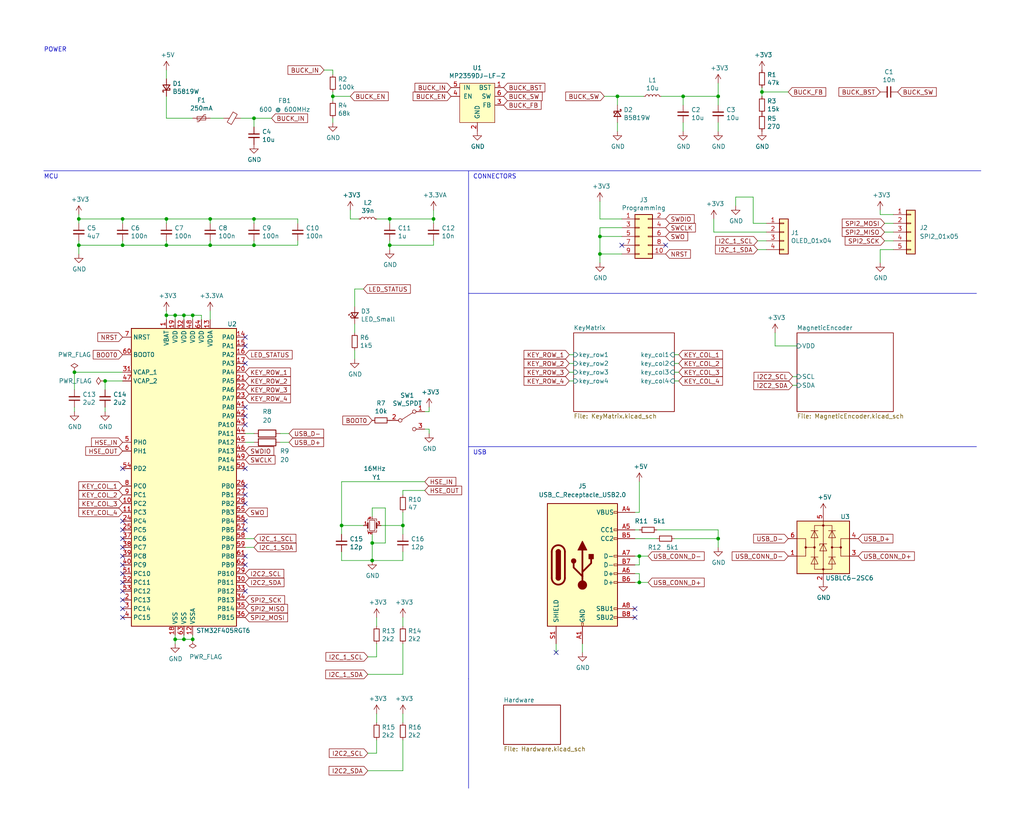
<source format=kicad_sch>
(kicad_sch (version 20230121) (generator eeschema)
  (paper "User" 297.002 241.376)
  (junction (at 48.26 91.44))
  (junction (at 198.12 27.94))
  (junction (at 185.42 168.91))
  (junction (at 50.8 91.44))
  (junction (at 107.95 157.48))
  (junction (at 35.56 63.5))
  (junction (at 48.26 71.12))
  (junction (at 96.52 27.94))
  (junction (at 185.42 161.29))
  (junction (at 73.66 71.12))
  (junction (at 113.03 71.12))
  (junction (at 48.26 63.5))
  (junction (at 125.73 63.5))
  (junction (at 208.28 27.94))
  (junction (at 73.66 34.29))
  (junction (at 22.86 63.5))
  (junction (at 208.28 156.21))
  (junction (at 60.96 71.12))
  (junction (at 50.8 185.42))
  (junction (at 30.48 110.49))
  (junction (at 55.88 91.44))
  (junction (at 22.86 71.12))
  (junction (at 73.66 63.5))
  (junction (at 35.56 71.12))
  (junction (at 55.88 185.42))
  (junction (at 173.99 68.58))
  (junction (at 173.99 73.66))
  (junction (at 53.34 91.44))
  (junction (at 220.98 26.67))
  (junction (at 107.95 162.56))
  (junction (at 60.96 63.5))
  (junction (at 53.34 185.42))
  (junction (at 113.03 63.5))
  (junction (at 179.07 27.94))
  (junction (at 99.06 152.4))
  (junction (at 21.59 107.95))
  (junction (at 116.84 152.4))
  (no_connect (at 71.12 171.45))
  (no_connect (at 35.56 151.13))
  (no_connect (at 180.34 71.12))
  (no_connect (at 71.12 123.19))
  (no_connect (at 35.56 161.29))
  (no_connect (at 71.12 135.89))
  (no_connect (at 71.12 151.13))
  (no_connect (at 184.15 176.53))
  (no_connect (at 71.12 100.33))
  (no_connect (at 71.12 146.05))
  (no_connect (at 71.12 120.65))
  (no_connect (at 71.12 163.83))
  (no_connect (at 35.56 176.53))
  (no_connect (at 71.12 161.29))
  (no_connect (at 161.29 189.23))
  (no_connect (at 35.56 168.91))
  (no_connect (at 35.56 163.83))
  (no_connect (at 193.04 71.12))
  (no_connect (at 71.12 97.79))
  (no_connect (at 184.15 179.07))
  (no_connect (at 35.56 166.37))
  (no_connect (at 35.56 135.89))
  (no_connect (at 35.56 156.21))
  (no_connect (at 35.56 158.75))
  (no_connect (at 71.12 118.11))
  (no_connect (at 71.12 143.51))
  (no_connect (at 71.12 153.67))
  (no_connect (at 35.56 153.67))
  (no_connect (at 35.56 173.99))
  (no_connect (at 71.12 105.41))
  (no_connect (at 35.56 179.07))
  (no_connect (at 35.56 171.45))
  (no_connect (at 71.12 140.97))
  (wire (pts (xy 185.42 161.29) (xy 187.96 161.29)))
  (wire (pts (xy 101.6 60.96) (xy 101.6 63.5)))
  (wire (pts (xy 60.96 69.85) (xy 60.96 71.12)))
  (wire (pts (xy 102.87 93.98) (xy 102.87 96.52)))
  (wire (pts (xy 81.28 125.73) (xy 83.82 125.73)))
  (wire (pts (xy 107.95 162.56) (xy 116.84 162.56)))
  (wire (pts (xy 60.96 90.17) (xy 60.96 92.71)))
  (wire (pts (xy 96.52 27.94) (xy 96.52 29.21)))
  (wire (pts (xy 73.66 64.77) (xy 73.66 63.5)))
  (wire (pts (xy 81.28 128.27) (xy 83.82 128.27)))
  (polyline (pts (xy 12.7 49.53) (xy 284.48 49.53)))
  (wire (pts (xy 99.06 139.7) (xy 123.19 139.7)))
  (wire (pts (xy 219.71 69.85) (xy 222.25 69.85)))
  (wire (pts (xy 99.06 162.56) (xy 99.06 160.02)))
  (wire (pts (xy 255.27 62.23) (xy 255.27 60.96)))
  (wire (pts (xy 208.28 158.75) (xy 208.28 156.21)))
  (wire (pts (xy 73.66 34.29) (xy 73.66 36.83)))
  (wire (pts (xy 109.22 218.44) (xy 109.22 214.63)))
  (wire (pts (xy 116.84 142.24) (xy 123.19 142.24)))
  (wire (pts (xy 180.34 73.66) (xy 173.99 73.66)))
  (wire (pts (xy 125.73 60.96) (xy 125.73 63.5)))
  (wire (pts (xy 116.84 181.61) (xy 116.84 179.07)))
  (wire (pts (xy 185.42 139.7) (xy 185.42 148.59)))
  (wire (pts (xy 124.46 124.46) (xy 124.46 125.73)))
  (wire (pts (xy 208.28 35.56) (xy 208.28 38.1)))
  (wire (pts (xy 73.66 63.5) (xy 86.36 63.5)))
  (wire (pts (xy 106.68 195.58) (xy 116.84 195.58)))
  (wire (pts (xy 185.42 161.29) (xy 185.42 163.83)))
  (wire (pts (xy 50.8 185.42) (xy 53.34 185.42)))
  (wire (pts (xy 173.99 73.66) (xy 173.99 76.2)))
  (wire (pts (xy 96.52 26.67) (xy 96.52 27.94)))
  (wire (pts (xy 78.74 34.29) (xy 73.66 34.29)))
  (wire (pts (xy 53.34 92.71) (xy 53.34 91.44)))
  (wire (pts (xy 229.87 111.76) (xy 231.14 111.76)))
  (wire (pts (xy 116.84 152.4) (xy 116.84 154.94)))
  (wire (pts (xy 208.28 153.67) (xy 208.28 156.21)))
  (wire (pts (xy 35.56 63.5) (xy 48.26 63.5)))
  (wire (pts (xy 165.1 102.87) (xy 166.37 102.87)))
  (wire (pts (xy 106.68 223.52) (xy 116.84 223.52)))
  (wire (pts (xy 106.68 218.44) (xy 109.22 218.44)))
  (wire (pts (xy 58.42 92.71) (xy 58.42 91.44)))
  (wire (pts (xy 22.86 63.5) (xy 35.56 63.5)))
  (wire (pts (xy 99.06 152.4) (xy 105.41 152.4)))
  (wire (pts (xy 125.73 71.12) (xy 125.73 69.85)))
  (wire (pts (xy 256.54 67.31) (xy 259.08 67.31)))
  (wire (pts (xy 21.59 107.95) (xy 35.56 107.95)))
  (wire (pts (xy 110.49 152.4) (xy 116.84 152.4)))
  (wire (pts (xy 208.28 24.13) (xy 208.28 27.94)))
  (wire (pts (xy 161.29 186.69) (xy 161.29 189.23)))
  (wire (pts (xy 55.88 185.42) (xy 55.88 184.15)))
  (wire (pts (xy 48.26 71.12) (xy 35.56 71.12)))
  (wire (pts (xy 116.84 209.55) (xy 116.84 207.01)))
  (wire (pts (xy 48.26 20.32) (xy 48.26 22.86)))
  (wire (pts (xy 195.58 102.87) (xy 196.85 102.87)))
  (wire (pts (xy 35.56 71.12) (xy 22.86 71.12)))
  (polyline (pts (xy 135.89 85.09) (xy 283.21 85.09)))
  (wire (pts (xy 191.77 27.94) (xy 198.12 27.94)))
  (wire (pts (xy 60.96 63.5) (xy 73.66 63.5)))
  (wire (pts (xy 73.66 156.21) (xy 71.12 156.21)))
  (wire (pts (xy 220.98 26.67) (xy 228.6 26.67)))
  (wire (pts (xy 35.56 69.85) (xy 35.56 71.12)))
  (polyline (pts (xy 135.89 129.54) (xy 283.21 129.54)))
  (wire (pts (xy 116.84 148.59) (xy 116.84 152.4)))
  (wire (pts (xy 109.22 209.55) (xy 109.22 207.01)))
  (wire (pts (xy 220.98 25.4) (xy 220.98 26.67)))
  (wire (pts (xy 165.1 105.41) (xy 166.37 105.41)))
  (wire (pts (xy 105.41 83.82) (xy 102.87 83.82)))
  (wire (pts (xy 175.26 27.94) (xy 179.07 27.94)))
  (wire (pts (xy 111.76 147.32) (xy 111.76 157.48)))
  (wire (pts (xy 179.07 35.56) (xy 179.07 38.1)))
  (wire (pts (xy 207.01 67.31) (xy 222.25 67.31)))
  (wire (pts (xy 190.5 153.67) (xy 208.28 153.67)))
  (wire (pts (xy 55.88 92.71) (xy 55.88 91.44)))
  (wire (pts (xy 30.48 113.03) (xy 30.48 110.49)))
  (wire (pts (xy 99.06 154.94) (xy 99.06 152.4)))
  (wire (pts (xy 48.26 90.17) (xy 48.26 91.44)))
  (wire (pts (xy 96.52 34.29) (xy 96.52 35.56)))
  (wire (pts (xy 116.84 186.69) (xy 116.84 195.58)))
  (wire (pts (xy 93.98 20.32) (xy 96.52 20.32)))
  (wire (pts (xy 173.99 66.04) (xy 173.99 68.58)))
  (wire (pts (xy 195.58 107.95) (xy 196.85 107.95)))
  (wire (pts (xy 195.58 156.21) (xy 208.28 156.21)))
  (wire (pts (xy 48.26 69.85) (xy 48.26 71.12)))
  (wire (pts (xy 220.98 26.67) (xy 220.98 27.94)))
  (wire (pts (xy 53.34 91.44) (xy 55.88 91.44)))
  (wire (pts (xy 198.12 35.56) (xy 198.12 38.1)))
  (wire (pts (xy 48.26 91.44) (xy 50.8 91.44)))
  (wire (pts (xy 218.44 64.77) (xy 222.25 64.77)))
  (wire (pts (xy 184.15 153.67) (xy 185.42 153.67)))
  (wire (pts (xy 208.28 27.94) (xy 208.28 30.48)))
  (wire (pts (xy 73.66 71.12) (xy 60.96 71.12)))
  (wire (pts (xy 60.96 64.77) (xy 60.96 63.5)))
  (wire (pts (xy 48.26 63.5) (xy 60.96 63.5)))
  (wire (pts (xy 35.56 64.77) (xy 35.56 63.5)))
  (wire (pts (xy 102.87 83.82) (xy 102.87 88.9)))
  (wire (pts (xy 124.46 118.11) (xy 124.46 119.38)))
  (wire (pts (xy 116.84 214.63) (xy 116.84 223.52)))
  (wire (pts (xy 113.03 63.5) (xy 125.73 63.5)))
  (wire (pts (xy 231.14 100.33) (xy 224.79 100.33)))
  (wire (pts (xy 86.36 69.85) (xy 86.36 71.12)))
  (wire (pts (xy 184.15 148.59) (xy 185.42 148.59)))
  (wire (pts (xy 109.22 181.61) (xy 109.22 179.07)))
  (wire (pts (xy 55.88 91.44) (xy 58.42 91.44)))
  (wire (pts (xy 173.99 63.5) (xy 173.99 58.42)))
  (wire (pts (xy 213.36 57.15) (xy 218.44 57.15)))
  (wire (pts (xy 113.03 71.12) (xy 125.73 71.12)))
  (wire (pts (xy 198.12 27.94) (xy 198.12 30.48)))
  (wire (pts (xy 113.03 72.39) (xy 113.03 71.12)))
  (wire (pts (xy 123.19 124.46) (xy 124.46 124.46)))
  (wire (pts (xy 53.34 185.42) (xy 55.88 185.42)))
  (wire (pts (xy 107.95 162.56) (xy 99.06 162.56)))
  (polyline (pts (xy 135.89 196.85) (xy 135.89 228.6)))
  (wire (pts (xy 195.58 105.41) (xy 196.85 105.41)))
  (wire (pts (xy 73.66 158.75) (xy 71.12 158.75)))
  (wire (pts (xy 109.22 190.5) (xy 109.22 186.69)))
  (wire (pts (xy 185.42 168.91) (xy 187.96 168.91)))
  (wire (pts (xy 180.34 63.5) (xy 173.99 63.5)))
  (wire (pts (xy 224.79 100.33) (xy 224.79 96.52)))
  (wire (pts (xy 165.1 110.49) (xy 166.37 110.49)))
  (wire (pts (xy 86.36 63.5) (xy 86.36 64.77)))
  (wire (pts (xy 48.26 34.29) (xy 55.88 34.29)))
  (wire (pts (xy 184.15 163.83) (xy 185.42 163.83)))
  (wire (pts (xy 256.54 69.85) (xy 259.08 69.85)))
  (wire (pts (xy 195.58 110.49) (xy 196.85 110.49)))
  (wire (pts (xy 107.95 157.48) (xy 107.95 162.56)))
  (wire (pts (xy 96.52 20.32) (xy 96.52 21.59)))
  (wire (pts (xy 207.01 63.5) (xy 207.01 67.31)))
  (wire (pts (xy 69.85 34.29) (xy 73.66 34.29)))
  (wire (pts (xy 180.34 68.58) (xy 173.99 68.58)))
  (wire (pts (xy 60.96 34.29) (xy 64.77 34.29)))
  (wire (pts (xy 173.99 68.58) (xy 173.99 73.66)))
  (wire (pts (xy 21.59 107.95) (xy 21.59 113.03)))
  (wire (pts (xy 165.1 107.95) (xy 166.37 107.95)))
  (wire (pts (xy 104.14 63.5) (xy 101.6 63.5)))
  (wire (pts (xy 53.34 184.15) (xy 53.34 185.42)))
  (wire (pts (xy 71.12 128.27) (xy 73.66 128.27)))
  (wire (pts (xy 219.71 72.39) (xy 222.25 72.39)))
  (wire (pts (xy 198.12 27.94) (xy 208.28 27.94)))
  (wire (pts (xy 116.84 160.02) (xy 116.84 162.56)))
  (wire (pts (xy 50.8 185.42) (xy 50.8 186.69)))
  (wire (pts (xy 106.68 190.5) (xy 109.22 190.5)))
  (wire (pts (xy 50.8 91.44) (xy 53.34 91.44)))
  (wire (pts (xy 48.26 64.77) (xy 48.26 63.5)))
  (wire (pts (xy 35.56 110.49) (xy 30.48 110.49)))
  (wire (pts (xy 21.59 118.11) (xy 21.59 119.38)))
  (wire (pts (xy 125.73 63.5) (xy 125.73 64.77)))
  (wire (pts (xy 50.8 184.15) (xy 50.8 185.42)))
  (wire (pts (xy 71.12 125.73) (xy 73.66 125.73)))
  (wire (pts (xy 179.07 27.94) (xy 179.07 30.48)))
  (wire (pts (xy 48.26 91.44) (xy 48.26 92.71)))
  (wire (pts (xy 96.52 27.94) (xy 101.6 27.94)))
  (wire (pts (xy 113.03 71.12) (xy 113.03 69.85)))
  (polyline (pts (xy 135.89 49.53) (xy 135.89 196.85)))
  (wire (pts (xy 116.84 143.51) (xy 116.84 142.24)))
  (wire (pts (xy 113.03 63.5) (xy 113.03 64.77)))
  (wire (pts (xy 229.87 109.22) (xy 231.14 109.22)))
  (wire (pts (xy 22.86 62.23) (xy 22.86 63.5)))
  (wire (pts (xy 259.08 62.23) (xy 255.27 62.23)))
  (wire (pts (xy 99.06 139.7) (xy 99.06 152.4)))
  (wire (pts (xy 30.48 118.11) (xy 30.48 119.38)))
  (wire (pts (xy 255.27 72.39) (xy 259.08 72.39)))
  (wire (pts (xy 168.91 186.69) (xy 168.91 189.23)))
  (wire (pts (xy 180.34 66.04) (xy 173.99 66.04)))
  (wire (pts (xy 255.27 76.2) (xy 255.27 72.39)))
  (wire (pts (xy 111.76 157.48) (xy 107.95 157.48)))
  (wire (pts (xy 185.42 166.37) (xy 185.42 168.91)))
  (wire (pts (xy 213.36 59.69) (xy 213.36 57.15)))
  (wire (pts (xy 107.95 149.86) (xy 107.95 147.32)))
  (wire (pts (xy 218.44 57.15) (xy 218.44 64.77)))
  (wire (pts (xy 22.86 73.66) (xy 22.86 71.12)))
  (wire (pts (xy 184.15 156.21) (xy 190.5 156.21)))
  (wire (pts (xy 107.95 147.32) (xy 111.76 147.32)))
  (wire (pts (xy 60.96 71.12) (xy 48.26 71.12)))
  (wire (pts (xy 184.15 168.91) (xy 185.42 168.91)))
  (wire (pts (xy 109.22 63.5) (xy 113.03 63.5)))
  (wire (pts (xy 22.86 63.5) (xy 22.86 64.77)))
  (wire (pts (xy 124.46 119.38) (xy 123.19 119.38)))
  (wire (pts (xy 48.26 27.94) (xy 48.26 34.29)))
  (wire (pts (xy 50.8 92.71) (xy 50.8 91.44)))
  (wire (pts (xy 256.54 64.77) (xy 259.08 64.77)))
  (wire (pts (xy 184.15 161.29) (xy 185.42 161.29)))
  (wire (pts (xy 86.36 71.12) (xy 73.66 71.12)))
  (wire (pts (xy 184.15 166.37) (xy 185.42 166.37)))
  (wire (pts (xy 22.86 71.12) (xy 22.86 69.85)))
  (wire (pts (xy 102.87 101.6) (xy 102.87 104.14)))
  (wire (pts (xy 107.95 154.94) (xy 107.95 157.48)))
  (wire (pts (xy 73.66 69.85) (xy 73.66 71.12)))
  (wire (pts (xy 179.07 27.94) (xy 186.69 27.94)))
  (text "USB" (at 137.16 132.08 0) (effects (font (size 1.27 1.27)) (justify left bottom)))
  (text "POWER" (at 12.7 15.24 0) (effects (font (size 1.27 1.27)) (justify left bottom)))
  (text "CONNECTORS" (at 137.16 52.07 0) (effects (font (size 1.27 1.27)) (justify left bottom)))
  (text "MCU" (at 12.7 52.07 0) (effects (font (size 1.27 1.27)) (justify left bottom)))
  (global_label "KEY_COL_2" (shape input) (at 35.56 143.51 180) (property "Intersheetrefs" "${INTERSHEET_REFS}" (effects hide)))
  (global_label "KEY_COL_3" (shape input) (at 35.56 146.05 180) (property "Intersheetrefs" "${INTERSHEET_REFS}" (effects hide)))
  (global_label "USB_CONN_D+" (shape input) (at 187.96 168.91 0) (property "Intersheetrefs" "${INTERSHEET_REFS}" (effects hide)))
  (global_label "I2C_1_SCL" (shape input) (at 73.66 156.21 0) (property "Intersheetrefs" "${INTERSHEET_REFS}" (effects hide)))
  (global_label "KEY_COL_4" (shape input) (at 35.56 148.59 180) (property "Intersheetrefs" "${INTERSHEET_REFS}" (effects hide)))
  (global_label "KEY_COL_3" (shape input) (at 196.85 107.95 0) (property "Intersheetrefs" "${INTERSHEET_REFS}" (effects hide)))
  (global_label "BUCK_FB" (shape input) (at 146.05 30.48 0) (property "Intersheetrefs" "${INTERSHEET_REFS}" (effects hide)))
  (global_label "BOOT0" (shape input) (at 35.56 102.87 180) (property "Intersheetrefs" "${INTERSHEET_REFS}" (effects hide)))
  (global_label "SWCLK" (shape input) (at 193.04 66.04 0) (property "Intersheetrefs" "${INTERSHEET_REFS}" (effects hide)))
  (global_label "I2C_1_SDA" (shape input) (at 106.68 195.58 180) (property "Intersheetrefs" "${INTERSHEET_REFS}" (effects hide)))
  (global_label "I2C2_SDA" (shape input) (at 106.68 223.52 180) (property "Intersheetrefs" "${INTERSHEET_REFS}" (effects hide)))
  (global_label "BUCK_IN" (shape input) (at 93.98 20.32 180) (property "Intersheetrefs" "${INTERSHEET_REFS}" (effects hide)))
  (global_label "SWO" (shape input) (at 71.12 148.59 0) (property "Intersheetrefs" "${INTERSHEET_REFS}" (effects hide)))
  (global_label "I2C_1_SCL" (shape input) (at 106.68 190.5 180) (property "Intersheetrefs" "${INTERSHEET_REFS}" (effects hide)))
  (global_label "KEY_ROW_1" (shape input) (at 165.1 102.87 180) (property "Intersheetrefs" "${INTERSHEET_REFS}" (effects hide)))
  (global_label "KEY_ROW_4" (shape input) (at 71.12 115.57 0) (property "Intersheetrefs" "${INTERSHEET_REFS}" (effects hide)))
  (global_label "SPI2_MISO" (shape input) (at 256.54 67.31 180) (property "Intersheetrefs" "${INTERSHEET_REFS}" (effects hide)))
  (global_label "BUCK_SW" (shape input) (at 146.05 27.94 0) (property "Intersheetrefs" "${INTERSHEET_REFS}" (effects hide)))
  (global_label "BUCK_SW" (shape input) (at 260.35 26.67 0) (property "Intersheetrefs" "${INTERSHEET_REFS}" (effects hide)))
  (global_label "HSE_OUT" (shape input) (at 35.56 130.81 180) (property "Intersheetrefs" "${INTERSHEET_REFS}" (effects hide)))
  (global_label "BUCK_IN" (shape input) (at 130.81 25.4 180) (property "Intersheetrefs" "${INTERSHEET_REFS}" (effects hide)))
  (global_label "SWDIO" (shape input) (at 71.12 130.81 0) (property "Intersheetrefs" "${INTERSHEET_REFS}" (effects hide)))
  (global_label "USB_D-" (shape input) (at 83.82 125.73 0) (property "Intersheetrefs" "${INTERSHEET_REFS}" (effects hide)))
  (global_label "KEY_ROW_2" (shape input) (at 165.1 105.41 180) (property "Intersheetrefs" "${INTERSHEET_REFS}" (effects hide)))
  (global_label "SPI2_SCK" (shape input) (at 256.54 69.85 180) (property "Intersheetrefs" "${INTERSHEET_REFS}" (effects hide)))
  (global_label "KEY_COL_1" (shape input) (at 35.56 140.97 180) (property "Intersheetrefs" "${INTERSHEET_REFS}" (effects hide)))
  (global_label "SWCLK" (shape input) (at 71.12 133.35 0) (property "Intersheetrefs" "${INTERSHEET_REFS}" (effects hide)))
  (global_label "KEY_ROW_2" (shape input) (at 71.12 110.49 0) (property "Intersheetrefs" "${INTERSHEET_REFS}" (effects hide)))
  (global_label "I2C2_SCL" (shape input) (at 229.87 109.22 180) (property "Intersheetrefs" "${INTERSHEET_REFS}" (effects hide)))
  (global_label "BUCK_FB" (shape input) (at 228.6 26.67 0) (property "Intersheetrefs" "${INTERSHEET_REFS}" (effects hide)))
  (global_label "HSE_IN" (shape input) (at 35.56 128.27 180) (property "Intersheetrefs" "${INTERSHEET_REFS}" (effects hide)))
  (global_label "BUCK_EN" (shape input) (at 130.81 27.94 180) (property "Intersheetrefs" "${INTERSHEET_REFS}" (effects hide)))
  (global_label "I2C2_SDA" (shape input) (at 71.12 168.91 0) (property "Intersheetrefs" "${INTERSHEET_REFS}" (effects hide)))
  (global_label "SPI2_SCK" (shape input) (at 71.12 173.99 0) (property "Intersheetrefs" "${INTERSHEET_REFS}" (effects hide)))
  (global_label "BUCK_IN" (shape input) (at 78.74 34.29 0) (property "Intersheetrefs" "${INTERSHEET_REFS}" (effects hide)))
  (global_label "USB_CONN_D+" (shape input) (at 248.92 161.29 0) (property "Intersheetrefs" "${INTERSHEET_REFS}" (effects hide)))
  (global_label "BUCK_BST" (shape input) (at 146.05 25.4 0) (property "Intersheetrefs" "${INTERSHEET_REFS}" (effects hide)))
  (global_label "USB_D+" (shape input) (at 248.92 156.21 0) (property "Intersheetrefs" "${INTERSHEET_REFS}" (effects hide)))
  (global_label "USB_D-" (shape input) (at 228.6 156.21 180) (property "Intersheetrefs" "${INTERSHEET_REFS}" (effects hide)))
  (global_label "BUCK_EN" (shape input) (at 101.6 27.94 0) (property "Intersheetrefs" "${INTERSHEET_REFS}" (effects hide)))
  (global_label "NRST" (shape input) (at 193.04 73.66 0) (property "Intersheetrefs" "${INTERSHEET_REFS}" (effects hide)))
  (global_label "SPI2_MOSI" (shape input) (at 71.12 179.07 0) (property "Intersheetrefs" "${INTERSHEET_REFS}" (effects hide)))
  (global_label "HSE_IN" (shape input) (at 123.19 139.7 0) (property "Intersheetrefs" "${INTERSHEET_REFS}" (effects hide)))
  (global_label "I2C2_SCL" (shape input) (at 106.68 218.44 180) (property "Intersheetrefs" "${INTERSHEET_REFS}" (effects hide)))
  (global_label "HSE_OUT" (shape input) (at 123.19 142.24 0) (property "Intersheetrefs" "${INTERSHEET_REFS}" (effects hide)))
  (global_label "KEY_ROW_1" (shape input) (at 71.12 107.95 0) (property "Intersheetrefs" "${INTERSHEET_REFS}" (effects hide)))
  (global_label "BUCK_SW" (shape input) (at 175.26 27.94 180) (property "Intersheetrefs" "${INTERSHEET_REFS}" (effects hide)))
  (global_label "KEY_ROW_3" (shape input) (at 165.1 107.95 180) (property "Intersheetrefs" "${INTERSHEET_REFS}" (effects hide)))
  (global_label "KEY_ROW_3" (shape input) (at 71.12 113.03 0) (property "Intersheetrefs" "${INTERSHEET_REFS}" (effects hide)))
  (global_label "I2C_1_SDA" (shape input) (at 219.71 72.39 180) (property "Intersheetrefs" "${INTERSHEET_REFS}" (effects hide)))
  (global_label "I2C2_SDA" (shape input) (at 229.87 111.76 180) (property "Intersheetrefs" "${INTERSHEET_REFS}" (effects hide)))
  (global_label "KEY_COL_2" (shape input) (at 196.85 105.41 0) (property "Intersheetrefs" "${INTERSHEET_REFS}" (effects hide)))
  (global_label "I2C_1_SDA" (shape input) (at 73.66 158.75 0) (property "Intersheetrefs" "${INTERSHEET_REFS}" (effects hide)))
  (global_label "BUCK_BST" (shape input) (at 255.27 26.67 180) (property "Intersheetrefs" "${INTERSHEET_REFS}" (effects hide)))
  (global_label "I2C2_SCL" (shape input) (at 71.12 166.37 0) (property "Intersheetrefs" "${INTERSHEET_REFS}" (effects hide)))
  (global_label "I2C_1_SCL" (shape input) (at 219.71 69.85 180) (property "Intersheetrefs" "${INTERSHEET_REFS}" (effects hide)))
  (global_label "USB_CONN_D-" (shape input) (at 187.96 161.29 0) (property "Intersheetrefs" "${INTERSHEET_REFS}" (effects hide)))
  (global_label "LED_STATUS" (shape input) (at 105.41 83.82 0) (property "Intersheetrefs" "${INTERSHEET_REFS}" (effects hide)))
  (global_label "USB_D+" (shape input) (at 83.82 128.27 0) (property "Intersheetrefs" "${INTERSHEET_REFS}" (effects hide)))
  (global_label "SPI2_MOSI" (shape input) (at 256.54 64.77 180) (property "Intersheetrefs" "${INTERSHEET_REFS}" (effects hide)))
  (global_label "SPI2_MISO" (shape input) (at 71.12 176.53 0) (property "Intersheetrefs" "${INTERSHEET_REFS}" (effects hide)))
  (global_label "NRST" (shape input) (at 35.56 97.79 180) (property "Intersheetrefs" "${INTERSHEET_REFS}" (effects hide)))
  (global_label "SWDIO" (shape input) (at 193.04 63.5 0) (property "Intersheetrefs" "${INTERSHEET_REFS}" (effects hide)))
  (global_label "SWO" (shape input) (at 193.04 68.58 0) (property "Intersheetrefs" "${INTERSHEET_REFS}" (effects hide)))
  (global_label "USB_CONN_D-" (shape input) (at 228.6 161.29 180) (property "Intersheetrefs" "${INTERSHEET_REFS}" (effects hide)))
  (global_label "KEY_COL_4" (shape input) (at 196.85 110.49 0) (property "Intersheetrefs" "${INTERSHEET_REFS}" (effects hide)))
  (global_label "KEY_COL_1" (shape input) (at 196.85 102.87 0) (property "Intersheetrefs" "${INTERSHEET_REFS}" (effects hide)))
  (global_label "KEY_ROW_4" (shape input) (at 165.1 110.49 180) (property "Intersheetrefs" "${INTERSHEET_REFS}" (effects hide)))
  (global_label "LED_STATUS" (shape input) (at 71.12 102.87 0) (property "Intersheetrefs" "${INTERSHEET_REFS}" (effects hide)))
  (global_label "BOOT0" (shape input) (at 107.95 121.92 180) (property "Intersheetrefs" "${INTERSHEET_REFS}" (effects hide)))
  (symbol (lib_id "New Business Card-rescue:STM32F405RGTx-MCU_ST_STM32F4") (at 53.34 138.43 0) (unit 1)
    (property "Reference" "U2" (at 67.31 93.98 0))
    (property "Value" "STM32F405RGT6" (at 64.77 182.88 0))
    (property "Footprint" "Package_QFP:LQFP-64_10x10mm_P0.5mm" (effects hide))
    (property "Datasheet" "http://www.st.com/st-web-ui/static/active/en/resource/technical/document/datasheet/DM00037051.pdf" (effects hide))
    (property "LCSC" "C15742" (effects hide))
    (property "BASIC/EXT" "EXT" (effects hide))
  )
  (symbol (lib_id "power:GND") (at 50.8 186.69 0) (unit 1)
    (property "Reference" "#PWR041" (effects hide))
    (property "Value" "GND" (at 50.927 191.0842 0))
  )
  (symbol (lib_id "New Business Card-rescue:+3.3V-power") (at 48.26 90.17 0) (unit 1)
    (property "Reference" "#PWR026" (effects hide))
    (property "Value" "+3.3V" (at 48.641 85.7758 0))
  )
  (symbol (lib_id "power:+3.3VA") (at 60.96 90.17 0) (unit 1)
    (property "Reference" "#PWR027" (effects hide))
    (property "Value" "+3.3VA" (at 61.341 85.7758 0))
  )
  (symbol (lib_id "Device:C_Small") (at 30.48 115.57 180) (unit 1)
    (property "Reference" "C14" (at 32.8168 114.4016 0) (effects (justify right)))
    (property "Value" "2u2" (at 32.8168 116.713 0) (effects (justify right)))
    (property "Footprint" "Capacitor_SMD:C_0402_1005Metric" (effects hide))
    (property "LCSC" "C12530" (effects hide))
    (property "BASIC/EXT" "BASIC" (effects hide))
    (property "web" "https://jlcpcb.com/partdetail/13164-CL05A225MQ5NSNC/C12530" (effects hide))
  )
  (symbol (lib_id "Device:C_Small") (at 21.59 115.57 180) (unit 1)
    (property "Reference" "C13" (at 23.9268 114.4016 0) (effects (justify right)))
    (property "Value" "2u2" (at 23.9268 116.713 0) (effects (justify right)))
    (property "Footprint" "Capacitor_SMD:C_0402_1005Metric" (effects hide))
    (property "LCSC" "C12530" (effects hide))
    (property "BASIC/EXT" "BASIC" (effects hide))
    (property "web" "https://jlcpcb.com/partdetail/13164-CL05A225MQ5NSNC/C12530" (effects hide))
  )
  (symbol (lib_id "power:GND") (at 21.59 119.38 0) (unit 1)
    (property "Reference" "#PWR031" (effects hide))
    (property "Value" "GND" (at 21.717 123.7742 0))
  )
  (symbol (lib_id "power:GND") (at 30.48 119.38 0) (unit 1)
    (property "Reference" "#PWR032" (effects hide))
    (property "Value" "GND" (at 30.607 123.7742 0))
  )
  (symbol (lib_id "Switch:SW_SPDT") (at 118.11 121.92 0) (unit 1)
    (property "Reference" "SW1" (at 118.11 114.681 0))
    (property "Value" "SW_SPDT" (at 118.11 116.9924 0))
    (property "Footprint" "Connector_PinHeader_2.54mm:PinHeader_1x03_P2.54mm_Vertical" (effects hide))
  )
  (symbol (lib_id "Device:R_Small") (at 110.49 121.92 270) (unit 1)
    (property "Reference" "R7" (at 110.49 116.9416 90))
    (property "Value" "10k" (at 110.49 119.253 90))
    (property "Footprint" "Resistor_SMD:R_0402_1005Metric" (effects hide))
    (property "LCSC" "C25744" (effects hide))
    (property "BASIC/EXT" "BASIC" (effects hide))
    (property "web" "https://jlcpcb.com/parts/componentSearch?searchTxt=C25744" (effects hide))
  )
  (symbol (lib_id "New Business Card-rescue:+3.3V-power") (at 124.46 118.11 0) (unit 1)
    (property "Reference" "#PWR030" (effects hide))
    (property "Value" "+3.3V" (at 124.841 113.7158 0))
  )
  (symbol (lib_id "power:GND") (at 124.46 125.73 0) (unit 1)
    (property "Reference" "#PWR033" (effects hide))
    (property "Value" "GND" (at 124.587 130.1242 0))
  )
  (symbol (lib_id "Device:C_Small") (at 22.86 67.31 0) (unit 1)
    (property "Reference" "C5" (at 25.1968 66.1416 0) (effects (justify left)))
    (property "Value" "4u7" (at 25.1968 68.453 0) (effects (justify left)))
    (property "Footprint" "Capacitor_SMD:C_0402_1005Metric" (effects hide))
    (property "LCSC" "C23733" (effects hide))
    (property "BASIC/EXT" "BASIC" (effects hide))
    (property "web" "https://jlcpcb.com/partdetail/24469-CL05A475MP5NRNC/C23733" (effects hide))
  )
  (symbol (lib_id "Device:C_Small") (at 35.56 67.31 0) (unit 1)
    (property "Reference" "C6" (at 37.8968 66.1416 0) (effects (justify left)))
    (property "Value" "100n" (at 37.8968 68.453 0) (effects (justify left)))
    (property "Footprint" "Capacitor_SMD:C_0402_1005Metric" (effects hide))
    (property "LCSC" "C1523" (effects hide))
    (property "BASIC/EXT" "BASIC" (effects hide))
    (property "web" "https://jlcpcb.com/partdetail/1875-0402B102K500NT/C1523" (effects hide))
  )
  (symbol (lib_id "Device:C_Small") (at 48.26 67.31 0) (unit 1)
    (property "Reference" "C7" (at 50.5968 66.1416 0) (effects (justify left)))
    (property "Value" "100n" (at 50.5968 68.453 0) (effects (justify left)))
    (property "Footprint" "Capacitor_SMD:C_0402_1005Metric" (effects hide))
    (property "LCSC" "C1523" (effects hide))
    (property "BASIC/EXT" "BASIC" (effects hide))
    (property "web" "https://jlcpcb.com/partdetail/1875-0402B102K500NT/C1523" (effects hide))
  )
  (symbol (lib_id "Device:C_Small") (at 60.96 67.31 0) (unit 1)
    (property "Reference" "C8" (at 63.2968 66.1416 0) (effects (justify left)))
    (property "Value" "100n" (at 63.2968 68.453 0) (effects (justify left)))
    (property "Footprint" "Capacitor_SMD:C_0402_1005Metric" (effects hide))
    (property "LCSC" "C1523" (effects hide))
    (property "BASIC/EXT" "BASIC" (effects hide))
    (property "web" "https://jlcpcb.com/partdetail/1875-0402B102K500NT/C1523" (effects hide))
  )
  (symbol (lib_id "Device:C_Small") (at 73.66 67.31 0) (unit 1)
    (property "Reference" "C9" (at 75.9968 66.1416 0) (effects (justify left)))
    (property "Value" "100n" (at 75.9968 68.453 0) (effects (justify left)))
    (property "Footprint" "Capacitor_SMD:C_0402_1005Metric" (effects hide))
    (property "LCSC" "C1523" (effects hide))
    (property "BASIC/EXT" "BASIC" (effects hide))
    (property "web" "https://jlcpcb.com/partdetail/1875-0402B102K500NT/C1523" (effects hide))
  )
  (symbol (lib_id "Device:C_Small") (at 86.36 67.31 0) (unit 1)
    (property "Reference" "C10" (at 88.6968 66.1416 0) (effects (justify left)))
    (property "Value" "100n" (at 88.6968 68.453 0) (effects (justify left)))
    (property "Footprint" "Capacitor_SMD:C_0402_1005Metric" (effects hide))
    (property "LCSC" "C1523" (effects hide))
    (property "BASIC/EXT" "BASIC" (effects hide))
    (property "web" "https://jlcpcb.com/partdetail/1875-0402B102K500NT/C1523" (effects hide))
  )
  (symbol (lib_id "New Business Card-rescue:+3.3V-power") (at 22.86 62.23 0) (unit 1)
    (property "Reference" "#PWR018" (effects hide))
    (property "Value" "+3.3V" (at 23.241 57.8358 0))
  )
  (symbol (lib_id "power:GND") (at 22.86 73.66 0) (unit 1)
    (property "Reference" "#PWR022" (effects hide))
    (property "Value" "GND" (at 22.987 78.0542 0))
  )
  (symbol (lib_id "New Business Card-rescue:MP2359DJ-LF-Z-MySymbols") (at 138.43 30.48 0) (unit 1)
    (property "Reference" "U1" (at 138.43 19.685 0))
    (property "Value" "MP2359DJ-LF-Z" (at 138.43 21.9964 0))
    (property "Footprint" "Package_TO_SOT_SMD:SOT-23-6" (effects hide))
    (property "LCSC" "C2959845" (effects hide))
    (property "BASIC/EXT" "EXT" (effects hide))
  )
  (symbol (lib_id "Device:L_Small") (at 106.68 63.5 90) (unit 1)
    (property "Reference" "L2" (at 106.68 58.801 90))
    (property "Value" "39n" (at 106.68 61.1124 90))
    (property "Footprint" "Inductor_SMD:L_0402_1005Metric" (effects hide))
    (property "BASIC/EXT" "EXT" (effects hide))
    (property "LCSC" "C913698" (effects hide))
  )
  (symbol (lib_id "New Business Card-rescue:+3.3V-power") (at 101.6 60.96 0) (unit 1)
    (property "Reference" "#PWR015" (effects hide))
    (property "Value" "+3.3V" (at 101.981 56.5658 0))
  )
  (symbol (lib_id "power:GND") (at 138.43 38.1 0) (unit 1)
    (property "Reference" "#PWR06" (effects hide))
    (property "Value" "GND" (at 138.557 42.4942 0))
  )
  (symbol (lib_id "Device:C_Small") (at 113.03 67.31 0) (unit 1)
    (property "Reference" "C11" (at 115.3668 66.1416 0) (effects (justify left)))
    (property "Value" "1u" (at 115.3668 68.453 0) (effects (justify left)))
    (property "Footprint" "Capacitor_SMD:C_0402_1005Metric" (effects hide))
    (property "LCSC" "C52923" (effects hide))
    (property "BASIC/EXT" "BASIC" (effects hide))
    (property "web" "https://jlcpcb.com/partdetail/53938-CL05A105KA5NQNC/C52923" (effects hide))
  )
  (symbol (lib_id "Device:C_Small") (at 125.73 67.31 0) (unit 1)
    (property "Reference" "C12" (at 128.0668 66.1416 0) (effects (justify left)))
    (property "Value" "10n" (at 128.0668 68.453 0) (effects (justify left)))
    (property "Footprint" "Capacitor_SMD:C_0603_1608Metric" (effects hide))
    (property "LCSC" "C57112" (effects hide))
    (property "BASIC/EXT" "BASIC" (effects hide))
    (property "web" "https://jlcpcb.com/partdetail/58143-0603B103K500NT/C57112" (effects hide))
  )
  (symbol (lib_id "power:GND") (at 113.03 72.39 0) (unit 1)
    (property "Reference" "#PWR021" (effects hide))
    (property "Value" "GND" (at 113.157 76.7842 0))
  )
  (symbol (lib_id "power:+3.3VA") (at 125.73 60.96 0) (unit 1)
    (property "Reference" "#PWR016" (effects hide))
    (property "Value" "+3.3VA" (at 126.111 56.5658 0))
  )
  (symbol (lib_id "Device:Crystal_GND24_Small") (at 107.95 152.4 0) (unit 1)
    (property "Reference" "Y1" (at 107.95 138.43 0) (effects (justify left)))
    (property "Value" "16MHz" (at 105.41 135.89 0) (effects (justify left)))
    (property "Footprint" "Oscillator:Oscillator_SMD_EuroQuartz_XO32-4Pin_3.2x2.5mm" (effects hide))
    (property "LCSC" "C13738" (effects hide))
    (property "BASIC/EXT" "BASIC" (effects hide))
  )
  (symbol (lib_id "Device:C_Small") (at 116.84 157.48 180) (unit 1)
    (property "Reference" "C16" (at 119.1768 156.3116 0) (effects (justify right)))
    (property "Value" "12p" (at 119.1768 158.623 0) (effects (justify right)))
    (property "Footprint" "Capacitor_SMD:C_0402_1005Metric" (effects hide))
    (property "LCSC" "C1547" (effects hide))
    (property "BASIC/EXT" "BASIC" (effects hide))
    (property "web" "https://jlcpcb.com/partdetail/1899-0402CG120J500NT/C1547" (effects hide))
  )
  (symbol (lib_id "Device:C_Small") (at 99.06 157.48 180) (unit 1)
    (property "Reference" "C15" (at 101.3968 156.3116 0) (effects (justify right)))
    (property "Value" "12p" (at 101.3968 158.623 0) (effects (justify right)))
    (property "Footprint" "Capacitor_SMD:C_0402_1005Metric" (effects hide))
    (property "LCSC" "C1547" (effects hide))
    (property "BASIC/EXT" "BASIC" (effects hide))
    (property "web" "https://jlcpcb.com/partdetail/1899-0402CG120J500NT/C1547" (effects hide))
  )
  (symbol (lib_id "power:GND") (at 107.95 162.56 0) (unit 1)
    (property "Reference" "#PWR037" (effects hide))
    (property "Value" "GND" (at 108.077 166.9542 0))
  )
  (symbol (lib_id "New Business Card-rescue:Ferrite_Bead_Small-Device") (at 67.31 34.29 270) (unit 1)
    (property "Reference" "FB1" (at 82.55 29.21 90))
    (property "Value" "600 @ 600MHz" (at 82.55 31.75 90))
    (property "Footprint" "Diode_SMD:D_0805_2012Metric" (effects hide))
    (property "LCSC" "C1017" (effects hide))
    (property "BASIC/EXT" "BASIC" (effects hide))
    (property "web" "https://jlcpcb.com/partdetail/Sunlord-GZ2012D601TF/C1017" (effects hide))
  )
  (symbol (lib_id "Device:C_Small") (at 73.66 39.37 0) (unit 1)
    (property "Reference" "C4" (at 75.9968 38.2016 0) (effects (justify left)))
    (property "Value" "10u" (at 75.9968 40.513 0) (effects (justify left)))
    (property "Footprint" "Capacitor_SMD:C_0805_2012Metric" (effects hide))
    (property "LCSC" "C15850" (effects hide))
    (property "BASIC/EXT" "BASIC" (effects hide))
    (property "web" "https://jlcpcb.com/partdetail/16532-CL21A106KAYNNNE/C15850" (effects hide))
  )
  (symbol (lib_id "power:GND") (at 73.66 41.91 0) (unit 1)
    (property "Reference" "#PWR012" (effects hide))
    (property "Value" "GND" (at 73.787 46.3042 0))
  )
  (symbol (lib_id "Device:R_Small") (at 116.84 146.05 180) (unit 1)
    (property "Reference" "R10" (at 118.3386 144.8816 0) (effects (justify right)))
    (property "Value" "47" (at 118.3386 147.193 0) (effects (justify right)))
    (property "Footprint" "Resistor_SMD:R_0402_1005Metric" (effects hide))
    (property "LCSC" "C25118" (effects hide))
    (property "BASIC/EXT" "BASIC" (effects hide))
    (property "web" "https://jlcpcb.com/partdetail/18401-0805W8F4702T5E/C17713" (effects hide))
  )
  (symbol (lib_id "Device:R_Small") (at 96.52 24.13 0) (unit 1)
    (property "Reference" "R2" (at 98.0186 22.9616 0) (effects (justify left)))
    (property "Value" "100k" (at 98.0186 25.273 0) (effects (justify left)))
    (property "Footprint" "Resistor_SMD:R_1206_3216Metric" (effects hide))
    (property "LCSC" "C17900" (effects hide))
    (property "BASIC/EXT" "BASIC" (effects hide))
    (property "web" "https://jlcpcb.com/partdetail/26487-0402WGF1002TCE/C25744" (effects hide))
  )
  (symbol (lib_id "Device:R_Small") (at 96.52 31.75 0) (unit 1)
    (property "Reference" "R4" (at 98.0186 30.5816 0) (effects (justify left)))
    (property "Value" "68k" (at 98.0186 32.893 0) (effects (justify left)))
    (property "Footprint" "Resistor_SMD:R_0402_1005Metric" (effects hide))
    (property "LCSC" "C36871" (effects hide))
    (property "BASIC/EXT" "BASIC" (effects hide))
    (property "web" "https://jlcpcb.com/parts/componentSearch?searchTxt=C36871" (effects hide))
  )
  (symbol (lib_id "power:GND") (at 96.52 35.56 0) (unit 1)
    (property "Reference" "#PWR05" (effects hide))
    (property "Value" "GND" (at 96.647 39.9542 0))
  )
  (symbol (lib_id "Device:C_Small") (at 257.81 26.67 270) (unit 1)
    (property "Reference" "C1" (at 257.81 20.8534 90))
    (property "Value" "10n" (at 257.81 23.1648 90))
    (property "Footprint" "Capacitor_SMD:C_0603_1608Metric" (effects hide))
    (property "LCSC" "C57112" (effects hide))
    (property "BASIC/EXT" "BASIC" (effects hide))
    (property "web" "https://jlcpcb.com/partdetail/58143-0603B103K500NT/C57112" (effects hide))
  )
  (symbol (lib_id "Device:D_Schottky_Small") (at 179.07 33.02 270) (unit 1)
    (property "Reference" "D2" (at 180.848 31.8516 90) (effects (justify left)))
    (property "Value" "B5819W" (at 180.848 34.163 90) (effects (justify left)))
    (property "Footprint" "Diode_SMD:D_SOD-123" (effects hide))
    (property "LCSC" "C8598" (effects hide))
    (property "BASIC/EXT" "BASIC" (effects hide))
    (property "web" "https://jlcpcb.com/partdetail/9093-B5819WSL/C8598" (effects hide))
  )
  (symbol (lib_id "power:GND") (at 179.07 38.1 0) (unit 1)
    (property "Reference" "#PWR07" (effects hide))
    (property "Value" "GND" (at 179.197 42.4942 0))
  )
  (symbol (lib_id "Device:L_Small") (at 189.23 27.94 90) (unit 1)
    (property "Reference" "L1" (at 189.23 23.241 90))
    (property "Value" "10u" (at 189.23 25.5524 90))
    (property "Footprint" "Inductor_SMD:L_Sunlord_SWPA252010S" (effects hide))
    (property "BASIC/EXT" "EXT" (effects hide))
    (property "LCSC" "C96806" (effects hide))
  )
  (symbol (lib_id "Device:C_Small") (at 198.12 33.02 180) (unit 1)
    (property "Reference" "C2" (at 200.4568 31.8516 0) (effects (justify right)))
    (property "Value" "10u" (at 200.4568 34.163 0) (effects (justify right)))
    (property "Footprint" "Capacitor_SMD:C_0805_2012Metric" (effects hide))
    (property "LCSC" "C15850" (effects hide))
    (property "BASIC/EXT" "BASIC" (effects hide))
    (property "web" "https://jlcpcb.com/partdetail/16532-CL21A106KAYNNNE/C15850" (effects hide))
  )
  (symbol (lib_id "Device:C_Small") (at 208.28 33.02 180) (unit 1)
    (property "Reference" "C3" (at 210.6168 31.8516 0) (effects (justify right)))
    (property "Value" "10u" (at 210.6168 34.163 0) (effects (justify right)))
    (property "Footprint" "Capacitor_SMD:C_0805_2012Metric" (effects hide))
    (property "LCSC" "C15850" (effects hide))
    (property "BASIC/EXT" "BASIC" (effects hide))
    (property "web" "https://jlcpcb.com/partdetail/16532-CL21A106KAYNNNE/C15850" (effects hide))
  )
  (symbol (lib_id "power:GND") (at 198.12 38.1 0) (unit 1)
    (property "Reference" "#PWR08" (effects hide))
    (property "Value" "GND" (at 198.247 42.4942 0))
  )
  (symbol (lib_id "power:GND") (at 208.28 38.1 0) (unit 1)
    (property "Reference" "#PWR09" (effects hide))
    (property "Value" "GND" (at 208.407 42.4942 0))
  )
  (symbol (lib_id "New Business Card-rescue:+3.3V-power") (at 208.28 24.13 0) (unit 1)
    (property "Reference" "#PWR03" (effects hide))
    (property "Value" "+3.3V" (at 208.661 19.7358 0))
  )
  (symbol (lib_id "New Business Card-rescue:+3.3V-power") (at 220.98 20.32 0) (unit 1)
    (property "Reference" "#PWR02" (effects hide))
    (property "Value" "+3.3V" (at 221.361 15.9258 0))
  )
  (symbol (lib_id "Device:R_Small") (at 220.98 22.86 0) (unit 1)
    (property "Reference" "R1" (at 222.4786 21.6916 0) (effects (justify left)))
    (property "Value" "47k" (at 222.4786 24.003 0) (effects (justify left)))
    (property "Footprint" "Resistor_SMD:R_0805_2012Metric" (effects hide))
    (property "LCSC" "C17713" (effects hide))
    (property "BASIC/EXT" "BASIC" (effects hide))
    (property "web" "https://jlcpcb.com/partdetail/18401-0805W8F4702T5E/C17713" (effects hide))
  )
  (symbol (lib_id "Device:R_Small") (at 220.98 30.48 0) (unit 1)
    (property "Reference" "R3" (at 222.4786 29.3116 0) (effects (justify left)))
    (property "Value" "15k" (at 222.4786 31.623 0) (effects (justify left)))
    (property "Footprint" "Resistor_SMD:R_0402_1005Metric" (effects hide))
    (property "LCSC" "C25756" (effects hide))
    (property "BASIC/EXT" "BASIC" (effects hide))
    (property "web" "https://jlcpcb.com/parts/componentSearch?searchTxt=C25756" (effects hide))
  )
  (symbol (lib_id "Device:R_Small") (at 220.98 35.56 0) (unit 1)
    (property "Reference" "R5" (at 222.4786 34.3916 0) (effects (justify left)))
    (property "Value" "270" (at 222.4786 36.703 0) (effects (justify left)))
    (property "Footprint" "Resistor_SMD:R_0603_1608Metric" (effects hide))
    (property "LCSC" "C22966" (effects hide))
    (property "BASIC/EXT" "BASIC" (effects hide))
    (property "web" "https://jlcpcb.com/parts/componentSearch?searchTxt=C22966" (effects hide))
  )
  (symbol (lib_id "power:GND") (at 220.98 38.1 0) (unit 1)
    (property "Reference" "#PWR010" (effects hide))
    (property "Value" "GND" (at 221.107 42.4942 0))
  )
  (symbol (lib_id "Device:LED_Small") (at 102.87 91.44 90) (unit 1)
    (property "Reference" "D3" (at 104.648 90.2716 90) (effects (justify right)))
    (property "Value" "LED_Small" (at 104.648 92.583 90) (effects (justify right)))
    (property "Footprint" "LED_SMD:LED_0805_2012Metric" (effects hide))
    (property "LCSC" "C2297" (effects hide))
    (property "BASIC/EXT" "BASIC" (effects hide))
    (property "web" "https://jlcpcb.com/parts/2nd/Optocoupler_LED_Digital_Tube_Photoelectric_Device/Light_Emitting_Diodes_(LED)_104" (effects hide))
  )
  (symbol (lib_id "Device:R_Small") (at 102.87 99.06 180) (unit 1)
    (property "Reference" "R6" (at 104.3686 97.8916 0) (effects (justify right)))
    (property "Value" "1k5" (at 104.3686 100.203 0) (effects (justify right)))
    (property "Footprint" "Resistor_SMD:R_0402_1005Metric" (effects hide))
    (property "LCSC" "C25867" (effects hide))
    (property "BASIC/EXT" "BASIC" (effects hide))
    (property "web" "https://jlcpcb.com/parts/componentSearch?searchTxt=C25867" (effects hide))
  )
  (symbol (lib_id "power:GND") (at 102.87 104.14 0) (unit 1)
    (property "Reference" "#PWR029" (effects hide))
    (property "Value" "GND" (at 102.997 108.5342 0))
  )
  (symbol (lib_id "Connector_Generic:Conn_02x05_Odd_Even") (at 185.42 68.58 0) (unit 1)
    (property "Reference" "J3" (at 186.69 57.9882 0))
    (property "Value" "Programming" (at 186.69 60.2996 0))
    (property "Footprint" "Connector_PinSocket_2.54mm:PinSocket_2x05_P2.54mm_Vertical" (effects hide))
  )
  (symbol (lib_id "New Business Card-rescue:+3.3V-power") (at 173.99 58.42 0) (unit 1)
    (property "Reference" "#PWR013" (effects hide))
    (property "Value" "+3.3V" (at 174.371 54.0258 0))
  )
  (symbol (lib_id "power:GND") (at 173.99 76.2 0) (unit 1)
    (property "Reference" "#PWR024" (effects hide))
    (property "Value" "GND" (at 174.117 80.5942 0))
  )
  (symbol (lib_id "Device:R_Small") (at 109.22 184.15 180) (unit 1)
    (property "Reference" "R13" (at 110.7186 182.9816 0) (effects (justify right)))
    (property "Value" "2k2" (at 110.7186 185.293 0) (effects (justify right)))
    (property "Footprint" "Resistor_SMD:R_0402_1005Metric" (effects hide))
    (property "LCSC" "C25879" (effects hide))
    (property "BASIC/EXT" "BASIC" (effects hide))
  )
  (symbol (lib_id "Device:R_Small") (at 116.84 184.15 180) (unit 1)
    (property "Reference" "R14" (at 118.3386 182.9816 0) (effects (justify right)))
    (property "Value" "2k2" (at 118.3386 185.293 0) (effects (justify right)))
    (property "Footprint" "Resistor_SMD:R_0402_1005Metric" (effects hide))
    (property "LCSC" "C25879" (effects hide))
    (property "BASIC/EXT" "BASIC" (effects hide))
  )
  (symbol (lib_id "New Business Card-rescue:+3.3V-power") (at 109.22 179.07 0) (unit 1)
    (property "Reference" "#PWR039" (effects hide))
    (property "Value" "+3.3V" (at 109.601 174.6758 0))
  )
  (symbol (lib_id "New Business Card-rescue:+3.3V-power") (at 116.84 179.07 0) (unit 1)
    (property "Reference" "#PWR040" (effects hide))
    (property "Value" "+3.3V" (at 117.221 174.6758 0))
  )
  (symbol (lib_id "Connector_Generic:Conn_01x04") (at 227.33 67.31 0) (unit 1)
    (property "Reference" "J1" (at 229.362 67.5132 0) (effects (justify left)))
    (property "Value" "OLED_01x04" (at 229.362 69.8246 0) (effects (justify left)))
    (property "Footprint" "Bussinesscard:GM009606v42" (effects hide))
  )
  (symbol (lib_id "Power_Protection:USBLC6-2SC6") (at 238.76 158.75 0) (unit 1)
    (property "Reference" "U3" (at 245.11 149.86 0))
    (property "Value" "USBLC6-2SC6" (at 246.38 167.64 0))
    (property "Footprint" "Package_TO_SOT_SMD:SOT-23-6" (effects hide))
    (property "Datasheet" "https://www.st.com/resource/en/datasheet/usblc6-2.pdf" (effects hide))
    (property "LCSC" "C2687116" (effects hide))
    (property "BASIC/EXT" "EXT" (effects hide))
  )
  (symbol (lib_id "Device:D_Schottky_Small") (at 48.26 25.4 90) (unit 1)
    (property "Reference" "D1" (at 50.038 24.2316 90) (effects (justify right)))
    (property "Value" "B5819W" (at 50.038 26.543 90) (effects (justify right)))
    (property "Footprint" "Diode_SMD:D_SOD-123" (effects hide))
    (property "LCSC" "C8598" (effects hide))
    (property "BASIC/EXT" "BASIC" (effects hide))
    (property "web" "https://jlcpcb.com/partdetail/9093-B5819WSL/C8598" (effects hide))
  )
  (symbol (lib_id "power:+5V") (at 48.26 20.32 0) (unit 1)
    (property "Reference" "#PWR01" (effects hide))
    (property "Value" "+5V" (at 48.641 15.9258 0))
  )
  (symbol (lib_id "power:+5V") (at 238.76 148.59 0) (unit 1)
    (property "Reference" "#PWR035" (effects hide))
    (property "Value" "+5V" (at 239.141 144.1958 0))
  )
  (symbol (lib_id "power:GND") (at 238.76 168.91 0) (unit 1)
    (property "Reference" "#PWR038" (effects hide))
    (property "Value" "GND" (at 238.887 173.3042 0))
  )
  (symbol (lib_id "New Business Card-rescue:+3.3V-power") (at 109.22 207.01 0) (unit 1)
    (property "Reference" "#PWR044" (effects hide))
    (property "Value" "+3.3V" (at 109.601 202.6158 0))
  )
  (symbol (lib_id "Device:R") (at 77.47 128.27 90) (unit 1)
    (property "Reference" "R9" (at 82.55 130.81 90))
    (property "Value" "20" (at 82.55 133.35 90))
    (property "Footprint" "Resistor_SMD:R_0603_1608Metric" (effects hide))
    (property "LCSC" "C22950" (effects hide))
    (property "BASIC/EXT" "BASIC" (effects hide))
  )
  (symbol (lib_id "New Business Card-rescue:+3.3V-power") (at 116.84 207.01 0) (unit 1)
    (property "Reference" "#PWR045" (effects hide))
    (property "Value" "+3.3V" (at 117.221 202.6158 0))
  )
  (symbol (lib_id "power:GND") (at 208.28 158.75 0) (unit 1)
    (property "Reference" "#PWR036" (effects hide))
    (property "Value" "GND" (at 208.407 163.1442 0))
  )
  (symbol (lib_id "Device:R_Small") (at 193.04 156.21 270) (unit 1)
    (property "Reference" "R12" (at 191.77 158.75 90) (effects (justify right)))
    (property "Value" "5k1" (at 196.85 158.75 90) (effects (justify right)))
    (property "Footprint" "Resistor_SMD:R_0805_2012Metric" (effects hide))
    (property "LCSC" "C27834" (effects hide))
    (property "BASIC/EXT" "BASIC" (effects hide))
  )
  (symbol (lib_id "power:GND") (at 255.27 76.2 0) (unit 1)
    (property "Reference" "#PWR025" (effects hide))
    (property "Value" "GND" (at 255.397 80.5942 0))
  )
  (symbol (lib_id "New Business Card-rescue:+3.3V-power") (at 255.27 60.96 0) (unit 1)
    (property "Reference" "#PWR017" (effects hide))
    (property "Value" "+3.3V" (at 255.651 56.5658 0))
  )
  (symbol (lib_id "Device:R") (at 77.47 125.73 90) (unit 1)
    (property "Reference" "R8" (at 77.47 119.38 90))
    (property "Value" "20" (at 77.47 121.92 90))
    (property "Footprint" "Resistor_SMD:R_0603_1608Metric" (effects hide))
    (property "LCSC" "C22950" (effects hide))
    (property "BASIC/EXT" "BASIC" (effects hide))
  )
  (symbol (lib_id "power:+5V") (at 185.42 139.7 0) (unit 1)
    (property "Reference" "#PWR034" (effects hide))
    (property "Value" "+5V" (at 185.801 135.3058 0))
  )
  (symbol (lib_id "power:GND") (at 213.36 59.69 0) (unit 1)
    (property "Reference" "#PWR014" (effects hide))
    (property "Value" "GND" (at 213.487 64.0842 0))
  )
  (symbol (lib_id "Device:Polyfuse_Small") (at 58.42 34.29 270) (unit 1)
    (property "Reference" "F1" (at 58.42 29.083 90))
    (property "Value" "250mA" (at 58.42 31.3944 90))
    (property "Footprint" "Fuse:Fuse_2920_7451Metric" (effects hide))
    (property "LCSC" "C192524" (effects hide))
    (property "BASIC/EXT" "EXT" (effects hide))
    (property "web" "https://jlcpcb.com/parts/componentSearch?searchTxt=C192524" (effects hide))
  )
  (symbol (lib_id "Device:R_Small") (at 109.22 212.09 180) (unit 1)
    (property "Reference" "R15" (at 110.7186 210.9216 0) (effects (justify right)))
    (property "Value" "2k2" (at 110.7186 213.233 0) (effects (justify right)))
    (property "Footprint" "Resistor_SMD:R_0402_1005Metric" (effects hide))
    (property "LCSC" "C25879" (effects hide))
    (property "BASIC/EXT" "BASIC" (effects hide))
  )
  (symbol (lib_id "New Business Card-rescue:+3.3V-power") (at 224.79 96.52 0) (unit 1)
    (property "Reference" "#PWR028" (effects hide))
    (property "Value" "+3.3V" (at 225.171 92.1258 0))
  )
  (symbol (lib_id "power:PWR_FLAG") (at 21.59 107.95 0) (unit 1)
    (property "Reference" "#FLG06" (effects hide))
    (property "Value" "PWR_FLAG" (at 21.59 102.87 0))
  )
  (symbol (lib_id "power:GND") (at 168.91 189.23 0) (unit 1)
    (property "Reference" "#PWR043" (effects hide))
    (property "Value" "GND" (at 169.037 193.6242 0))
  )
  (symbol (lib_id "Connector:USB_C_Receptacle_USB2.0") (at 168.91 163.83 0) (unit 1)
    (property "Reference" "J5" (at 168.91 140.97 0))
    (property "Value" "USB_C_Receptacle_USB2.0" (at 168.91 143.51 0))
    (property "Footprint" "Connector_USB:USB_C_Receptacle_HRO_TYPE-C-31-M-12" (effects hide))
    (property "LCSC" "C165948" (effects hide))
    (property "BASIC/EXT" "EXT" (effects hide))
    (property "web" "https://jlcpcb.com/partdetail/Korean_HropartsElec-TYPE_C_31_M12/C165948" (effects hide))
  )
  (symbol (lib_id "New Business Card-rescue:+3.3V-power") (at 207.01 63.5 0) (unit 1)
    (property "Reference" "#PWR019" (effects hide))
    (property "Value" "+3.3V" (at 207.391 59.1058 0))
  )
  (symbol (lib_id "Device:R_Small") (at 187.96 153.67 270) (unit 1)
    (property "Reference" "R11" (at 187.96 151.13 90) (effects (justify right)))
    (property "Value" "5k1" (at 193.04 151.13 90) (effects (justify right)))
    (property "Footprint" "Resistor_SMD:R_0805_2012Metric" (effects hide))
    (property "LCSC" "C27834" (effects hide))
    (property "BASIC/EXT" "BASIC" (effects hide))
  )
  (symbol (lib_id "Connector_Generic:Conn_01x05") (at 264.16 67.31 0) (unit 1)
    (property "Reference" "J2" (at 266.7 66.04 0) (effects (justify left)))
    (property "Value" "SPI2_01x05" (at 266.7 68.58 0) (effects (justify left)))
    (property "Footprint" "Connector_PinHeader_2.54mm:PinHeader_1x05_P2.54mm_Vertical" (effects hide))
  )
  (symbol (lib_id "Device:R_Small") (at 116.84 212.09 180) (unit 1)
    (property "Reference" "R16" (at 118.3386 210.9216 0) (effects (justify right)))
    (property "Value" "2k2" (at 118.3386 213.233 0) (effects (justify right)))
    (property "Footprint" "Resistor_SMD:R_0402_1005Metric" (effects hide))
    (property "LCSC" "C25879" (effects hide))
    (property "BASIC/EXT" "BASIC" (effects hide))
  )
  (symbol (lib_id "power:PWR_FLAG") (at 55.88 185.42 180) (unit 1)
    (property "Reference" "#FLG05" (effects hide))
    (property "Value" "PWR_FLAG" (at 59.69 190.5 0))
  )
  (symbol (lib_id "power:PWR_FLAG") (at 30.48 110.49 90) (unit 1)
    (property "Reference" "#FLG07" (effects hide))
    (property "Value" "PWR_FLAG" (at 26.67 110.49 90) (effects (justify left)))
  )
  (sheet (at 146.05 204.47) (size 16.51 11.43) (stroke (width 0.1524))
    (property "Sheetname" "Hardware" (at 146.05 203.7584 0) (effects (justify left bottom)))
    (property "Sheetfile" "Hardware.kicad_sch" (at 146.05 216.4846 0) (effects (justify left top)))
  )
  (sheet (at 166.37 96.52) (size 29.21 22.86) (stroke (width 0.1524))
    (property "Sheetname" "KeyMatrix" (at 166.37 95.8084 0) (effects (justify left bottom)))
    (property "Sheetfile" "KeyMatrix.kicad_sch" (at 166.37 119.9646 0) (effects (justify left top)))
    (pin "key_col3" input (at 195.58 107.95 0))
    (pin "key_col4" input (at 195.58 110.49 0))
    (pin "key_col2" input (at 195.58 105.41 0))
    (pin "key_row1" input (at 166.37 102.87 180))
    (pin "key_row2" input (at 166.37 105.41 180))
    (pin "key_col1" input (at 195.58 102.87 0))
    (pin "key_row3" input (at 166.37 107.95 180))
    (pin "key_row4" input (at 166.37 110.49 180))
  )
  (sheet (at 231.14 96.52) (size 27.94 22.86) (stroke (width 0.1524))
    (property "Sheetname" "MagneticEncoder" (at 231.14 95.8084 0) (effects (justify left bottom)))
    (property "Sheetfile" "MagneticEncoder.kicad_sch" (at 231.14 119.9646 0) (effects (justify left top)))
    (pin "VDD" input (at 231.14 100.33 180))
    (pin "SCL" input (at 231.14 109.22 180))
    (pin "SDA" input (at 231.14 111.76 180))
  )
)
</source>
